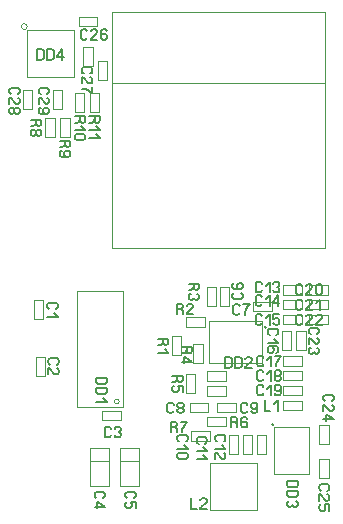
<source format=gbr>
%FSLAX34Y34*%
%MOMM*%
%LNSILK_TOP*%
G71*
G01*
%ADD10C, 0.00*%
%ADD11C, 0.10*%
%ADD12C, 0.16*%
%LPD*%
G54D10*
X-196862Y213837D02*
X-16862Y213837D01*
X-16862Y13837D01*
X-196862Y13837D01*
X-196862Y213837D01*
G54D10*
X-268862Y198837D02*
X-228862Y198837D01*
X-228862Y158837D01*
X-268862Y158837D01*
X-268862Y198837D01*
G54D11*
G75*
G01X-268862Y201337D02*
G03X-268862Y201337I-2500J0D01*
G01*
G54D12*
X-260250Y173282D02*
X-260250Y182170D01*
X-256917Y182170D01*
X-255584Y181615D01*
X-254917Y180504D01*
X-254917Y174948D01*
X-255584Y173837D01*
X-256917Y173282D01*
X-260250Y173282D01*
G54D12*
X-251806Y173282D02*
X-251806Y182170D01*
X-248473Y182170D01*
X-247140Y181615D01*
X-246473Y180504D01*
X-246473Y174948D01*
X-247140Y173837D01*
X-248473Y173282D01*
X-251806Y173282D01*
G54D12*
X-239362Y173282D02*
X-239362Y182170D01*
X-243362Y176615D01*
X-243362Y175504D01*
X-238029Y175504D01*
G54D10*
X-196862Y213837D02*
X-16862Y213837D01*
X-16862Y153837D01*
X-196862Y153837D01*
X-196862Y213837D01*
G54D10*
X-207862Y144837D02*
X-207862Y128837D01*
X-215862Y128837D01*
X-215862Y144837D01*
X-207862Y144837D01*
G54D10*
X-200862Y172337D02*
X-200862Y156337D01*
X-208862Y156337D01*
X-208862Y172337D01*
X-200862Y172337D01*
G54D10*
X-220362Y144837D02*
X-220362Y128837D01*
X-228362Y128837D01*
X-228362Y144837D01*
X-220362Y144837D01*
G54D10*
X-232862Y123837D02*
X-232862Y107837D01*
X-240862Y107837D01*
X-240862Y123837D01*
X-232862Y123837D01*
G54D10*
X-245362Y123837D02*
X-245362Y107837D01*
X-253362Y107837D01*
X-253362Y123837D01*
X-245362Y123837D01*
G54D10*
X-221362Y167837D02*
X-221362Y183837D01*
X-213362Y183837D01*
X-213362Y167837D01*
X-221362Y167837D01*
G54D10*
X-225362Y209837D02*
X-209362Y209837D01*
X-209362Y201837D01*
X-225362Y201837D01*
X-225362Y209837D01*
G54D10*
X-247362Y131837D02*
X-247362Y147837D01*
X-239362Y147837D01*
X-239362Y131837D01*
X-247362Y131837D01*
G54D10*
X-272362Y131837D02*
X-272362Y147837D01*
X-264362Y147837D01*
X-264362Y131837D01*
X-272362Y131837D01*
G54D10*
X-29862Y-137663D02*
X-29862Y-177663D01*
X-59862Y-177663D01*
X-59862Y-137663D01*
X-29862Y-137663D01*
G54D11*
G75*
G01X-59862Y-135663D02*
G03X-59862Y-135663I-1000J0D01*
G01*
G54D10*
X-69862Y-83164D02*
X-114862Y-83164D01*
X-114862Y-48164D01*
X-69862Y-48164D01*
X-69862Y-83164D01*
G54D11*
G75*
G01X-66172Y-53118D02*
G03X-66172Y-53118I-1000J0D01*
G01*
G54D10*
X-226362Y-121163D02*
X-226362Y-22163D01*
X-187362Y-22163D01*
X-187362Y-121163D01*
X-226362Y-121163D01*
G54D11*
G75*
G01X-190862Y-116163D02*
G03X-190862Y-116163I-2000J0D01*
G01*
G54D10*
X-114362Y-168163D02*
X-74362Y-168163D01*
X-74362Y-208163D01*
X-114362Y-208163D01*
X-114362Y-168163D01*
G54D10*
X-32862Y-56163D02*
X-32862Y-72163D01*
X-40862Y-72163D01*
X-40862Y-56163D01*
X-32862Y-56163D01*
G54D10*
X-45362Y-56163D02*
X-45362Y-72163D01*
X-53362Y-72163D01*
X-53362Y-56163D01*
X-45362Y-56163D01*
G54D10*
X-13862Y-25663D02*
X-29862Y-25663D01*
X-29862Y-17663D01*
X-13862Y-17663D01*
X-13862Y-25663D01*
G54D10*
X-13862Y-38163D02*
X-29862Y-38163D01*
X-29862Y-30163D01*
X-13862Y-30163D01*
X-13862Y-38163D01*
G54D10*
X-13862Y-50663D02*
X-29862Y-50663D01*
X-29862Y-42663D01*
X-13862Y-42663D01*
X-13862Y-50663D01*
G54D10*
X-36362Y-25663D02*
X-52362Y-25663D01*
X-52362Y-17663D01*
X-36362Y-17663D01*
X-36362Y-25663D01*
G54D10*
X-36362Y-38163D02*
X-52362Y-38163D01*
X-52362Y-30163D01*
X-36362Y-30163D01*
X-36362Y-38163D01*
G54D10*
X-36362Y-50663D02*
X-52362Y-50663D01*
X-52362Y-42663D01*
X-36362Y-42663D01*
X-36362Y-50663D01*
G54D10*
X-36362Y-85663D02*
X-52362Y-85663D01*
X-52362Y-77663D01*
X-36362Y-77663D01*
X-36362Y-85663D01*
G54D10*
X-36362Y-98163D02*
X-52362Y-98163D01*
X-52362Y-90163D01*
X-36362Y-90163D01*
X-36362Y-98163D01*
G54D10*
X-36362Y-110663D02*
X-52362Y-110663D01*
X-52362Y-102663D01*
X-36362Y-102663D01*
X-36362Y-110663D01*
G54D10*
X-100362Y-98663D02*
X-116362Y-98663D01*
X-116362Y-90663D01*
X-100362Y-90663D01*
X-100362Y-98663D01*
G54D10*
X-100362Y-111163D02*
X-116362Y-111163D01*
X-116362Y-103163D01*
X-100362Y-103163D01*
X-100362Y-111163D01*
G54D10*
X-128362Y-83663D02*
X-128362Y-67663D01*
X-120362Y-67663D01*
X-120362Y-83663D01*
X-128362Y-83663D01*
G54D10*
X-118362Y-52663D02*
X-134362Y-52663D01*
X-134362Y-44663D01*
X-118362Y-44663D01*
X-118362Y-52663D01*
G54D10*
X-134362Y-108663D02*
X-134362Y-92663D01*
X-126362Y-92663D01*
X-126362Y-108663D01*
X-134362Y-108663D01*
G54D10*
X-92362Y-125163D02*
X-108362Y-125163D01*
X-108362Y-117163D01*
X-92362Y-117163D01*
X-92362Y-125163D01*
G54D10*
X-115362Y-125163D02*
X-131362Y-125163D01*
X-131362Y-117163D01*
X-115362Y-117163D01*
X-115362Y-125163D01*
G54D10*
X-116862Y-35163D02*
X-116862Y-19163D01*
X-108862Y-19163D01*
X-108862Y-35163D01*
X-116862Y-35163D01*
G54D10*
X-146362Y-76663D02*
X-146362Y-60663D01*
X-138362Y-60663D01*
X-138362Y-76663D01*
X-146362Y-76663D01*
G54D10*
X-21362Y-181163D02*
X-21362Y-165162D01*
X-13362Y-165162D01*
X-13362Y-181163D01*
X-21362Y-181163D01*
G54D10*
X-21362Y-152163D02*
X-21362Y-136162D01*
X-13362Y-136162D01*
X-13362Y-152163D01*
X-21362Y-152163D01*
G54D10*
X-74362Y-160163D02*
X-74362Y-144162D01*
X-66362Y-144162D01*
X-66362Y-160163D01*
X-74362Y-160163D01*
G54D10*
X-86362Y-160163D02*
X-86362Y-144162D01*
X-78362Y-144162D01*
X-78362Y-160163D01*
X-86362Y-160163D01*
G54D10*
X-98362Y-160163D02*
X-98362Y-144162D01*
X-90362Y-144162D01*
X-90362Y-160163D01*
X-98362Y-160163D01*
G54D10*
X-130362Y-141162D02*
X-114361Y-141162D01*
X-114361Y-149162D01*
X-130362Y-149162D01*
X-130362Y-141162D01*
G54D10*
X-116362Y-129164D02*
X-100361Y-129164D01*
X-100361Y-137164D01*
X-116362Y-137164D01*
X-116362Y-129164D01*
G54D10*
X-263362Y-46163D02*
X-263362Y-30162D01*
X-255362Y-30162D01*
X-255362Y-46163D01*
X-263362Y-46163D01*
G54D10*
X-261362Y-94163D02*
X-261362Y-78162D01*
X-253362Y-78162D01*
X-253362Y-94163D01*
X-261362Y-94163D01*
G54D10*
X-189362Y-132163D02*
X-205362Y-132163D01*
X-205362Y-124163D01*
X-189362Y-124163D01*
X-189362Y-132163D01*
G54D12*
X-250290Y-37773D02*
X-251402Y-37107D01*
X-251957Y-35773D01*
X-251957Y-34440D01*
X-251402Y-33107D01*
X-250290Y-32440D01*
X-244735Y-32440D01*
X-243624Y-33107D01*
X-243068Y-34440D01*
X-243068Y-35773D01*
X-243624Y-37107D01*
X-244735Y-37773D01*
G54D12*
X-246402Y-40884D02*
X-243068Y-44217D01*
X-251957Y-44217D01*
G54D12*
X-249474Y-84773D02*
X-250585Y-84107D01*
X-251141Y-82773D01*
X-251141Y-81440D01*
X-250585Y-80107D01*
X-249474Y-79440D01*
X-243919Y-79440D01*
X-242808Y-80107D01*
X-242252Y-81440D01*
X-242252Y-82773D01*
X-242808Y-84107D01*
X-243919Y-84773D01*
G54D12*
X-251141Y-93217D02*
X-251141Y-87884D01*
X-250585Y-87884D01*
X-249474Y-88551D01*
X-246141Y-92551D01*
X-245030Y-93217D01*
X-243919Y-93217D01*
X-242808Y-92551D01*
X-242252Y-91217D01*
X-242252Y-89884D01*
X-242808Y-88551D01*
X-243919Y-87884D01*
G54D10*
X-205362Y-124163D02*
X-189362Y-124163D01*
X-189362Y-132163D01*
X-205362Y-132163D01*
X-205362Y-124163D01*
G54D12*
X-197885Y-144776D02*
X-198552Y-145887D01*
X-199885Y-146442D01*
X-201218Y-146442D01*
X-202552Y-145887D01*
X-203218Y-144776D01*
X-203218Y-139220D01*
X-202552Y-138109D01*
X-201218Y-137554D01*
X-199885Y-137554D01*
X-198552Y-138109D01*
X-197885Y-139220D01*
G54D12*
X-194774Y-139220D02*
X-194108Y-138109D01*
X-192774Y-137554D01*
X-191441Y-137554D01*
X-190108Y-138109D01*
X-189441Y-139220D01*
X-189441Y-140331D01*
X-190108Y-141442D01*
X-191441Y-141998D01*
X-190108Y-142554D01*
X-189441Y-143665D01*
X-189441Y-144776D01*
X-190108Y-145887D01*
X-191441Y-146442D01*
X-192774Y-146442D01*
X-194108Y-145887D01*
X-194774Y-144776D01*
G54D10*
X-215862Y-155663D02*
X-199862Y-155663D01*
X-199862Y-187663D01*
X-215862Y-187663D01*
X-215862Y-155663D01*
G54D10*
X-189862Y-155663D02*
X-173862Y-155663D01*
X-173862Y-187663D01*
X-189862Y-187663D01*
X-189862Y-155663D01*
G54D12*
X-210153Y-197996D02*
X-211264Y-197329D01*
X-211820Y-195996D01*
X-211820Y-194663D01*
X-211264Y-193329D01*
X-210153Y-192663D01*
X-204597Y-192663D01*
X-203486Y-193329D01*
X-202931Y-194663D01*
X-202931Y-195996D01*
X-203486Y-197329D01*
X-204597Y-197996D01*
G54D12*
X-211820Y-205107D02*
X-202931Y-205107D01*
X-208486Y-201107D01*
X-209597Y-201107D01*
X-209597Y-206440D01*
G54D12*
X-184108Y-197941D02*
X-185219Y-197274D01*
X-185775Y-195941D01*
X-185775Y-194608D01*
X-185219Y-193274D01*
X-184108Y-192608D01*
X-178553Y-192608D01*
X-177442Y-193274D01*
X-176886Y-194608D01*
X-176886Y-195941D01*
X-177442Y-197274D01*
X-178553Y-197941D01*
G54D12*
X-176886Y-206385D02*
X-176886Y-201052D01*
X-180775Y-201052D01*
X-180775Y-201718D01*
X-180219Y-203052D01*
X-180219Y-204385D01*
X-180775Y-205718D01*
X-181886Y-206385D01*
X-184108Y-206385D01*
X-185219Y-205718D01*
X-185775Y-204385D01*
X-185775Y-203052D01*
X-185219Y-201718D01*
X-184108Y-201052D01*
G54D10*
X-215862Y-155663D02*
X-199862Y-155663D01*
X-199862Y-166663D01*
X-215862Y-166663D01*
X-215862Y-155663D01*
G54D10*
X-189862Y-155663D02*
X-173862Y-155663D01*
X-173862Y-166663D01*
X-189862Y-166663D01*
X-189862Y-155663D01*
G54D12*
X-144885Y-124276D02*
X-145552Y-125387D01*
X-146885Y-125942D01*
X-148218Y-125942D01*
X-149552Y-125387D01*
X-150218Y-124276D01*
X-150218Y-118720D01*
X-149552Y-117609D01*
X-148218Y-117054D01*
X-146885Y-117054D01*
X-145552Y-117609D01*
X-144885Y-118720D01*
G54D12*
X-138441Y-121498D02*
X-139774Y-121498D01*
X-141108Y-120942D01*
X-141774Y-119831D01*
X-141774Y-118720D01*
X-141108Y-117609D01*
X-139774Y-117054D01*
X-138441Y-117054D01*
X-137108Y-117609D01*
X-136441Y-118720D01*
X-136441Y-119831D01*
X-137108Y-120942D01*
X-138441Y-121498D01*
X-137108Y-122054D01*
X-136441Y-123165D01*
X-136441Y-124276D01*
X-137108Y-125387D01*
X-138441Y-125942D01*
X-139774Y-125942D01*
X-141108Y-125387D01*
X-141774Y-124276D01*
X-141774Y-123165D01*
X-141108Y-122054D01*
X-139774Y-121498D01*
G54D12*
X-82385Y-124276D02*
X-83052Y-125387D01*
X-84385Y-125942D01*
X-85718Y-125942D01*
X-87052Y-125387D01*
X-87718Y-124276D01*
X-87718Y-118720D01*
X-87052Y-117609D01*
X-85718Y-117054D01*
X-84385Y-117054D01*
X-83052Y-117609D01*
X-82385Y-118720D01*
G54D12*
X-79274Y-124276D02*
X-78608Y-125387D01*
X-77274Y-125942D01*
X-75941Y-125942D01*
X-74608Y-125387D01*
X-73941Y-124276D01*
X-73941Y-121498D01*
X-73941Y-120942D01*
X-75941Y-122054D01*
X-77274Y-122054D01*
X-78608Y-121498D01*
X-79274Y-120387D01*
X-79274Y-118720D01*
X-78608Y-117609D01*
X-77274Y-117054D01*
X-75941Y-117054D01*
X-74608Y-117609D01*
X-73941Y-118720D01*
X-73941Y-121498D01*
G54D10*
X-52362Y-115664D02*
X-36361Y-115664D01*
X-36361Y-123664D01*
X-52362Y-123664D01*
X-52362Y-115664D01*
G54D12*
X-67485Y-115154D02*
X-67485Y-124043D01*
X-62819Y-124043D01*
G54D12*
X-59707Y-118487D02*
X-56374Y-115154D01*
X-56374Y-124043D01*
G54D12*
X-129904Y-198129D02*
X-129904Y-207018D01*
X-125238Y-207018D01*
G54D12*
X-116793Y-207018D02*
X-122126Y-207018D01*
X-122126Y-206462D01*
X-121460Y-205351D01*
X-117460Y-202018D01*
X-116793Y-200906D01*
X-116793Y-199795D01*
X-117460Y-198684D01*
X-118793Y-198129D01*
X-120126Y-198129D01*
X-121460Y-198684D01*
X-122126Y-199795D01*
G54D10*
X-61362Y-39663D02*
X-77362Y-39663D01*
X-77362Y-31663D01*
X-61362Y-31663D01*
X-61362Y-39663D01*
G54D10*
X-105862Y-35163D02*
X-105862Y-19163D01*
X-97862Y-19163D01*
X-97862Y-35163D01*
X-105862Y-35163D01*
G54D12*
X-87830Y-24152D02*
X-86719Y-24819D01*
X-86164Y-26152D01*
X-86164Y-27486D01*
X-86719Y-28819D01*
X-87830Y-29486D01*
X-93386Y-29486D01*
X-94497Y-28819D01*
X-95052Y-27486D01*
X-95052Y-26152D01*
X-94497Y-24819D01*
X-93386Y-24152D01*
G54D12*
X-93386Y-15708D02*
X-94497Y-16375D01*
X-95052Y-17708D01*
X-95052Y-19042D01*
X-94497Y-20375D01*
X-93386Y-21042D01*
X-90608Y-21042D01*
X-90052Y-21042D01*
X-91164Y-19042D01*
X-91164Y-17708D01*
X-90608Y-16375D01*
X-89497Y-15708D01*
X-87830Y-15708D01*
X-86719Y-16375D01*
X-86164Y-17708D01*
X-86164Y-19042D01*
X-86719Y-20375D01*
X-87830Y-21042D01*
X-90608Y-21042D01*
G54D12*
X-88995Y-40774D02*
X-89661Y-41885D01*
X-90995Y-42441D01*
X-92328Y-42441D01*
X-93661Y-41885D01*
X-94328Y-40774D01*
X-94328Y-35219D01*
X-93661Y-34108D01*
X-92328Y-33552D01*
X-90995Y-33552D01*
X-89661Y-34108D01*
X-88995Y-35219D01*
G54D12*
X-85884Y-33552D02*
X-80551Y-33552D01*
X-81217Y-34663D01*
X-82551Y-36330D01*
X-83884Y-38552D01*
X-84551Y-40219D01*
X-84551Y-42441D01*
G54D12*
X-140006Y-149870D02*
X-141117Y-149203D01*
X-141672Y-147870D01*
X-141672Y-146537D01*
X-141117Y-145203D01*
X-140006Y-144537D01*
X-134450Y-144537D01*
X-133339Y-145203D01*
X-132783Y-146537D01*
X-132783Y-147870D01*
X-133339Y-149203D01*
X-134450Y-149870D01*
G54D12*
X-136117Y-152981D02*
X-132783Y-156314D01*
X-141672Y-156314D01*
G54D12*
X-134450Y-164758D02*
X-140006Y-164758D01*
X-141117Y-164091D01*
X-141672Y-162758D01*
X-141672Y-161425D01*
X-141117Y-160091D01*
X-140006Y-159425D01*
X-134450Y-159425D01*
X-133339Y-160091D01*
X-132783Y-161425D01*
X-132783Y-162758D01*
X-133339Y-164091D01*
X-134450Y-164758D01*
G54D12*
X-123734Y-151673D02*
X-124845Y-151006D01*
X-125400Y-149673D01*
X-125400Y-148340D01*
X-124845Y-147006D01*
X-123734Y-146340D01*
X-118178Y-146340D01*
X-117067Y-147006D01*
X-116511Y-148340D01*
X-116511Y-149673D01*
X-117067Y-151006D01*
X-118178Y-151673D01*
G54D12*
X-119845Y-154784D02*
X-116511Y-158117D01*
X-125400Y-158117D01*
G54D12*
X-119845Y-161228D02*
X-116511Y-164561D01*
X-125400Y-164561D01*
G54D12*
X-108158Y-149901D02*
X-109269Y-149234D01*
X-109825Y-147901D01*
X-109825Y-146568D01*
X-109269Y-145234D01*
X-108158Y-144568D01*
X-102603Y-144568D01*
X-101492Y-145234D01*
X-100936Y-146568D01*
X-100936Y-147901D01*
X-101492Y-149234D01*
X-102603Y-149901D01*
G54D12*
X-104269Y-153012D02*
X-100936Y-156345D01*
X-109825Y-156345D01*
G54D12*
X-109825Y-164789D02*
X-109825Y-159456D01*
X-109269Y-159456D01*
X-108158Y-160122D01*
X-104825Y-164122D01*
X-103714Y-164789D01*
X-102603Y-164789D01*
X-101492Y-164122D01*
X-100936Y-162789D01*
X-100936Y-161456D01*
X-101492Y-160122D01*
X-102603Y-159456D01*
G54D12*
X-210376Y-95909D02*
X-201487Y-95909D01*
X-201487Y-99243D01*
X-202042Y-100576D01*
X-203153Y-101243D01*
X-208709Y-101243D01*
X-209820Y-100576D01*
X-210376Y-99243D01*
X-210376Y-95909D01*
G54D12*
X-210376Y-104353D02*
X-201487Y-104353D01*
X-201487Y-107687D01*
X-202042Y-109020D01*
X-203153Y-109687D01*
X-208709Y-109687D01*
X-209820Y-109020D01*
X-210376Y-107687D01*
X-210376Y-104353D01*
G54D12*
X-204820Y-112797D02*
X-201487Y-116131D01*
X-210376Y-116131D01*
G54D12*
X-100952Y-87440D02*
X-100952Y-78551D01*
X-97618Y-78551D01*
X-96285Y-79107D01*
X-95618Y-80218D01*
X-95618Y-85774D01*
X-96285Y-86885D01*
X-97618Y-87440D01*
X-100952Y-87440D01*
G54D12*
X-92508Y-87440D02*
X-92508Y-78551D01*
X-89174Y-78551D01*
X-87841Y-79107D01*
X-87174Y-80218D01*
X-87174Y-85774D01*
X-87841Y-86885D01*
X-89174Y-87440D01*
X-92508Y-87440D01*
G54D12*
X-78730Y-87440D02*
X-84064Y-87440D01*
X-84064Y-86885D01*
X-83397Y-85774D01*
X-79397Y-82440D01*
X-78730Y-81329D01*
X-78730Y-80218D01*
X-79397Y-79107D01*
X-80730Y-78551D01*
X-82064Y-78551D01*
X-83397Y-79107D01*
X-84064Y-80218D01*
G54D12*
X-48837Y-183412D02*
X-39948Y-183412D01*
X-39948Y-186745D01*
X-40504Y-188079D01*
X-41615Y-188745D01*
X-47170Y-188745D01*
X-48281Y-188079D01*
X-48837Y-186745D01*
X-48837Y-183412D01*
G54D12*
X-48837Y-191856D02*
X-39948Y-191856D01*
X-39948Y-195189D01*
X-40504Y-196523D01*
X-41615Y-197189D01*
X-47170Y-197189D01*
X-48281Y-196523D01*
X-48837Y-195189D01*
X-48837Y-191856D01*
G54D12*
X-41615Y-200300D02*
X-40504Y-200967D01*
X-39948Y-202300D01*
X-39948Y-203633D01*
X-40504Y-204967D01*
X-41615Y-205633D01*
X-42726Y-205633D01*
X-43837Y-204967D01*
X-44393Y-203633D01*
X-44948Y-204967D01*
X-46059Y-205633D01*
X-47170Y-205633D01*
X-48281Y-204967D01*
X-48837Y-203633D01*
X-48837Y-202300D01*
X-48281Y-200967D01*
X-47170Y-200300D01*
G54D12*
X-20147Y-191542D02*
X-21258Y-190875D01*
X-21814Y-189542D01*
X-21814Y-188208D01*
X-21258Y-186875D01*
X-20147Y-186208D01*
X-14592Y-186208D01*
X-13481Y-186875D01*
X-12925Y-188208D01*
X-12925Y-189542D01*
X-13481Y-190875D01*
X-14592Y-191542D01*
G54D12*
X-21814Y-199986D02*
X-21814Y-194652D01*
X-21258Y-194652D01*
X-20147Y-195319D01*
X-16814Y-199319D01*
X-15703Y-199986D01*
X-14592Y-199986D01*
X-13481Y-199319D01*
X-12925Y-197986D01*
X-12925Y-196652D01*
X-13481Y-195319D01*
X-14592Y-194652D01*
G54D12*
X-12925Y-208430D02*
X-12925Y-203096D01*
X-16814Y-203096D01*
X-16814Y-203763D01*
X-16258Y-205096D01*
X-16258Y-206430D01*
X-16814Y-207763D01*
X-17925Y-208430D01*
X-20147Y-208430D01*
X-21258Y-207763D01*
X-21814Y-206430D01*
X-21814Y-205096D01*
X-21258Y-203763D01*
X-20147Y-203096D01*
G54D12*
X-16576Y-115739D02*
X-17687Y-115072D01*
X-18243Y-113739D01*
X-18243Y-112405D01*
X-17687Y-111072D01*
X-16576Y-110405D01*
X-11020Y-110405D01*
X-9909Y-111072D01*
X-9354Y-112405D01*
X-9354Y-113739D01*
X-9909Y-115072D01*
X-11020Y-115739D01*
G54D12*
X-18243Y-124183D02*
X-18243Y-118849D01*
X-17687Y-118849D01*
X-16576Y-119516D01*
X-13243Y-123516D01*
X-12132Y-124183D01*
X-11020Y-124183D01*
X-9909Y-123516D01*
X-9354Y-122183D01*
X-9354Y-120849D01*
X-9909Y-119516D01*
X-11020Y-118849D01*
G54D12*
X-18243Y-131293D02*
X-9354Y-131293D01*
X-14909Y-127293D01*
X-16020Y-127293D01*
X-16020Y-132627D01*
G54D12*
X-63407Y-59779D02*
X-64518Y-59113D01*
X-65074Y-57779D01*
X-65074Y-56446D01*
X-64518Y-55113D01*
X-63407Y-54446D01*
X-57852Y-54446D01*
X-56741Y-55113D01*
X-56185Y-56446D01*
X-56185Y-57779D01*
X-56741Y-59113D01*
X-57852Y-59779D01*
G54D12*
X-59518Y-62890D02*
X-56185Y-66223D01*
X-65074Y-66223D01*
G54D12*
X-57852Y-74667D02*
X-56741Y-74001D01*
X-56185Y-72667D01*
X-56185Y-71334D01*
X-56741Y-70001D01*
X-57852Y-69334D01*
X-60629Y-69334D01*
X-61185Y-69334D01*
X-60074Y-71334D01*
X-60074Y-72667D01*
X-60629Y-74001D01*
X-61741Y-74667D01*
X-63407Y-74667D01*
X-64518Y-74001D01*
X-65074Y-72667D01*
X-65074Y-71334D01*
X-64518Y-70001D01*
X-63407Y-69334D01*
X-60629Y-69334D01*
G54D12*
X-28879Y-58986D02*
X-29990Y-58319D01*
X-30546Y-56986D01*
X-30546Y-55652D01*
X-29990Y-54319D01*
X-28879Y-53652D01*
X-23324Y-53652D01*
X-22212Y-54319D01*
X-21657Y-55652D01*
X-21657Y-56986D01*
X-22212Y-58319D01*
X-23324Y-58986D01*
G54D12*
X-30546Y-67430D02*
X-30546Y-62096D01*
X-29990Y-62096D01*
X-28879Y-62763D01*
X-25546Y-66763D01*
X-24435Y-67430D01*
X-23324Y-67430D01*
X-22212Y-66763D01*
X-21657Y-65430D01*
X-21657Y-64096D01*
X-22212Y-62763D01*
X-23324Y-62096D01*
G54D12*
X-23324Y-70540D02*
X-22212Y-71207D01*
X-21657Y-72540D01*
X-21657Y-73874D01*
X-22212Y-75207D01*
X-23324Y-75874D01*
X-24435Y-75874D01*
X-25546Y-75207D01*
X-26101Y-73874D01*
X-26657Y-75207D01*
X-27768Y-75874D01*
X-28879Y-75874D01*
X-29990Y-75207D01*
X-30546Y-73874D01*
X-30546Y-72540D01*
X-29990Y-71207D01*
X-28879Y-70540D01*
G54D12*
X-68891Y-84588D02*
X-69558Y-85699D01*
X-70891Y-86255D01*
X-72225Y-86255D01*
X-73558Y-85699D01*
X-74225Y-84588D01*
X-74225Y-79033D01*
X-73558Y-77922D01*
X-72225Y-77366D01*
X-70891Y-77366D01*
X-69558Y-77922D01*
X-68891Y-79033D01*
G54D12*
X-65781Y-80699D02*
X-62447Y-77366D01*
X-62447Y-86255D01*
G54D12*
X-59337Y-77366D02*
X-54003Y-77366D01*
X-54670Y-78477D01*
X-56003Y-80144D01*
X-57337Y-82366D01*
X-58003Y-84033D01*
X-58003Y-86255D01*
G54D12*
X-68891Y-96892D02*
X-69558Y-98003D01*
X-70891Y-98558D01*
X-72225Y-98558D01*
X-73558Y-98003D01*
X-74225Y-96892D01*
X-74225Y-91336D01*
X-73558Y-90225D01*
X-72225Y-89669D01*
X-70891Y-89669D01*
X-69558Y-90225D01*
X-68891Y-91336D01*
G54D12*
X-65781Y-93003D02*
X-62447Y-89669D01*
X-62447Y-98558D01*
G54D12*
X-56003Y-94114D02*
X-57337Y-94114D01*
X-58670Y-93558D01*
X-59337Y-92447D01*
X-59337Y-91336D01*
X-58670Y-90225D01*
X-57337Y-89669D01*
X-56003Y-89669D01*
X-54670Y-90225D01*
X-54003Y-91336D01*
X-54003Y-92447D01*
X-54670Y-93558D01*
X-56003Y-94114D01*
X-54670Y-94669D01*
X-54003Y-95780D01*
X-54003Y-96892D01*
X-54670Y-98003D01*
X-56003Y-98558D01*
X-57337Y-98558D01*
X-58670Y-98003D01*
X-59337Y-96892D01*
X-59337Y-95780D01*
X-58670Y-94669D01*
X-57337Y-94114D01*
G54D12*
X-68891Y-109195D02*
X-69558Y-110306D01*
X-70891Y-110861D01*
X-72225Y-110861D01*
X-73558Y-110306D01*
X-74225Y-109195D01*
X-74225Y-103639D01*
X-73558Y-102528D01*
X-72225Y-101972D01*
X-70891Y-101972D01*
X-69558Y-102528D01*
X-68891Y-103639D01*
G54D12*
X-65781Y-105306D02*
X-62447Y-101972D01*
X-62447Y-110861D01*
G54D12*
X-59337Y-109195D02*
X-58670Y-110306D01*
X-57337Y-110861D01*
X-56003Y-110861D01*
X-54670Y-110306D01*
X-54003Y-109195D01*
X-54003Y-106417D01*
X-54003Y-105861D01*
X-56003Y-106972D01*
X-57337Y-106972D01*
X-58670Y-106417D01*
X-59337Y-105306D01*
X-59337Y-103639D01*
X-58670Y-102528D01*
X-57337Y-101972D01*
X-56003Y-101972D01*
X-54670Y-102528D01*
X-54003Y-103639D01*
X-54003Y-106417D01*
G54D12*
X-70082Y-21882D02*
X-70749Y-22993D01*
X-72082Y-23549D01*
X-73415Y-23549D01*
X-74749Y-22993D01*
X-75415Y-21882D01*
X-75415Y-16327D01*
X-74749Y-15215D01*
X-73415Y-14660D01*
X-72082Y-14660D01*
X-70749Y-15215D01*
X-70082Y-16327D01*
G54D12*
X-66971Y-17993D02*
X-63638Y-14660D01*
X-63638Y-23549D01*
G54D12*
X-60527Y-16327D02*
X-59861Y-15215D01*
X-58527Y-14660D01*
X-57194Y-14660D01*
X-55861Y-15215D01*
X-55194Y-16327D01*
X-55194Y-17438D01*
X-55861Y-18549D01*
X-57194Y-19104D01*
X-55861Y-19660D01*
X-55194Y-20771D01*
X-55194Y-21882D01*
X-55861Y-22993D01*
X-57194Y-23549D01*
X-58527Y-23549D01*
X-59861Y-22993D01*
X-60527Y-21882D01*
G54D12*
X-70082Y-49266D02*
X-70749Y-50378D01*
X-72082Y-50933D01*
X-73415Y-50933D01*
X-74749Y-50378D01*
X-75415Y-49266D01*
X-75415Y-43711D01*
X-74749Y-42600D01*
X-73415Y-42044D01*
X-72082Y-42044D01*
X-70749Y-42600D01*
X-70082Y-43711D01*
G54D12*
X-66971Y-45378D02*
X-63638Y-42044D01*
X-63638Y-50933D01*
G54D12*
X-55194Y-42044D02*
X-60527Y-42044D01*
X-60527Y-45933D01*
X-59861Y-45933D01*
X-58527Y-45378D01*
X-57194Y-45378D01*
X-55861Y-45933D01*
X-55194Y-47044D01*
X-55194Y-49266D01*
X-55861Y-50378D01*
X-57194Y-50933D01*
X-58527Y-50933D01*
X-59861Y-50378D01*
X-60527Y-49266D01*
G54D12*
X-70082Y-33391D02*
X-70749Y-34503D01*
X-72082Y-35058D01*
X-73415Y-35058D01*
X-74749Y-34503D01*
X-75415Y-33391D01*
X-75415Y-27836D01*
X-74749Y-26725D01*
X-73415Y-26169D01*
X-72082Y-26169D01*
X-70749Y-26725D01*
X-70082Y-27836D01*
G54D12*
X-66971Y-29503D02*
X-63638Y-26169D01*
X-63638Y-35058D01*
G54D12*
X-56527Y-35058D02*
X-56527Y-26169D01*
X-60527Y-31725D01*
X-60527Y-32836D01*
X-55194Y-32836D01*
G54D12*
X-35951Y-23866D02*
X-36617Y-24978D01*
X-37951Y-25533D01*
X-39284Y-25533D01*
X-40617Y-24978D01*
X-41284Y-23866D01*
X-41284Y-18311D01*
X-40617Y-17200D01*
X-39284Y-16644D01*
X-37951Y-16644D01*
X-36617Y-17200D01*
X-35951Y-18311D01*
G54D12*
X-27507Y-25533D02*
X-32840Y-25533D01*
X-32840Y-24978D01*
X-32173Y-23866D01*
X-28173Y-20533D01*
X-27507Y-19422D01*
X-27507Y-18311D01*
X-28173Y-17200D01*
X-29507Y-16644D01*
X-30840Y-16644D01*
X-32173Y-17200D01*
X-32840Y-18311D01*
G54D12*
X-19063Y-18311D02*
X-19063Y-23866D01*
X-19729Y-24978D01*
X-21063Y-25533D01*
X-22396Y-25533D01*
X-23729Y-24978D01*
X-24396Y-23866D01*
X-24396Y-18311D01*
X-23729Y-17200D01*
X-22396Y-16644D01*
X-21063Y-16644D01*
X-19729Y-17200D01*
X-19063Y-18311D01*
G54D12*
X-35951Y-36963D02*
X-36617Y-38074D01*
X-37951Y-38630D01*
X-39284Y-38630D01*
X-40617Y-38074D01*
X-41284Y-36963D01*
X-41284Y-31408D01*
X-40617Y-30297D01*
X-39284Y-29741D01*
X-37951Y-29741D01*
X-36617Y-30297D01*
X-35951Y-31408D01*
G54D12*
X-27507Y-38630D02*
X-32840Y-38630D01*
X-32840Y-38074D01*
X-32173Y-36963D01*
X-28173Y-33630D01*
X-27507Y-32519D01*
X-27507Y-31408D01*
X-28173Y-30297D01*
X-29507Y-29741D01*
X-30840Y-29741D01*
X-32173Y-30297D01*
X-32840Y-31408D01*
G54D12*
X-24396Y-33074D02*
X-21063Y-29741D01*
X-21063Y-38630D01*
G54D12*
X-35951Y-49663D02*
X-36617Y-50774D01*
X-37951Y-51330D01*
X-39284Y-51330D01*
X-40617Y-50774D01*
X-41284Y-49663D01*
X-41284Y-44108D01*
X-40617Y-42997D01*
X-39284Y-42441D01*
X-37951Y-42441D01*
X-36617Y-42997D01*
X-35951Y-44108D01*
G54D12*
X-27507Y-51330D02*
X-32840Y-51330D01*
X-32840Y-50774D01*
X-32173Y-49663D01*
X-28173Y-46330D01*
X-27507Y-45219D01*
X-27507Y-44108D01*
X-28173Y-42997D01*
X-29507Y-42441D01*
X-30840Y-42441D01*
X-32173Y-42997D01*
X-32840Y-44108D01*
G54D12*
X-19063Y-51330D02*
X-24396Y-51330D01*
X-24396Y-50774D01*
X-23729Y-49663D01*
X-19729Y-46330D01*
X-19063Y-45219D01*
X-19063Y-44108D01*
X-19729Y-42997D01*
X-21063Y-42441D01*
X-22396Y-42441D01*
X-23729Y-42997D01*
X-24396Y-44108D01*
G54D12*
X-153649Y-65682D02*
X-154760Y-67682D01*
X-155871Y-68349D01*
X-158093Y-68349D01*
G54D12*
X-158093Y-63016D02*
X-149204Y-63016D01*
X-149204Y-66349D01*
X-149760Y-67682D01*
X-150871Y-68349D01*
X-151982Y-68349D01*
X-153093Y-67682D01*
X-153649Y-66349D01*
X-153649Y-63016D01*
G54D12*
X-152538Y-71460D02*
X-149204Y-74793D01*
X-158093Y-74793D01*
G54D12*
X-139355Y-37605D02*
X-137355Y-38717D01*
X-136688Y-39828D01*
X-136688Y-42050D01*
G54D12*
X-142022Y-42050D02*
X-142022Y-33161D01*
X-138688Y-33161D01*
X-137355Y-33717D01*
X-136688Y-34828D01*
X-136688Y-35939D01*
X-137355Y-37050D01*
X-138688Y-37605D01*
X-142022Y-37605D01*
G54D12*
X-128244Y-42050D02*
X-133578Y-42050D01*
X-133578Y-41494D01*
X-132911Y-40383D01*
X-128911Y-37050D01*
X-128244Y-35939D01*
X-128244Y-34828D01*
X-128911Y-33717D01*
X-130244Y-33161D01*
X-131578Y-33161D01*
X-132911Y-33717D01*
X-133578Y-34828D01*
G54D12*
X-127751Y-19044D02*
X-128862Y-21044D01*
X-129973Y-21711D01*
X-132195Y-21711D01*
G54D12*
X-132195Y-16377D02*
X-123306Y-16377D01*
X-123306Y-19711D01*
X-123862Y-21044D01*
X-124973Y-21711D01*
X-126084Y-21711D01*
X-127195Y-21044D01*
X-127751Y-19711D01*
X-127751Y-16377D01*
G54D12*
X-124973Y-24821D02*
X-123862Y-25488D01*
X-123306Y-26821D01*
X-123306Y-28155D01*
X-123862Y-29488D01*
X-124973Y-30155D01*
X-126084Y-30155D01*
X-127195Y-29488D01*
X-127751Y-28155D01*
X-128306Y-29488D01*
X-129418Y-30155D01*
X-130529Y-30155D01*
X-131640Y-29488D01*
X-132195Y-28155D01*
X-132195Y-26821D01*
X-131640Y-25488D01*
X-130529Y-24821D01*
G54D12*
X-133704Y-72622D02*
X-134815Y-74622D01*
X-135926Y-75289D01*
X-138148Y-75289D01*
G54D12*
X-138148Y-69955D02*
X-129260Y-69955D01*
X-129260Y-73289D01*
X-129815Y-74622D01*
X-130926Y-75289D01*
X-132037Y-75289D01*
X-133148Y-74622D01*
X-133704Y-73289D01*
X-133704Y-69955D01*
G54D12*
X-138148Y-82399D02*
X-129260Y-82399D01*
X-134815Y-78399D01*
X-135926Y-78399D01*
X-135926Y-83733D01*
G54D12*
X-141642Y-96832D02*
X-142753Y-98832D01*
X-143864Y-99498D01*
X-146086Y-99498D01*
G54D12*
X-146086Y-94165D02*
X-137197Y-94165D01*
X-137197Y-97498D01*
X-137753Y-98832D01*
X-138864Y-99498D01*
X-139975Y-99498D01*
X-141086Y-98832D01*
X-141642Y-97498D01*
X-141642Y-94165D01*
G54D12*
X-137197Y-107942D02*
X-137197Y-102609D01*
X-141086Y-102609D01*
X-141086Y-103276D01*
X-140530Y-104609D01*
X-140530Y-105942D01*
X-141086Y-107276D01*
X-142197Y-107942D01*
X-144419Y-107942D01*
X-145530Y-107276D01*
X-146086Y-105942D01*
X-146086Y-104609D01*
X-145530Y-103276D01*
X-144419Y-102609D01*
G54D12*
X-93476Y-133597D02*
X-91476Y-134708D01*
X-90810Y-135819D01*
X-90810Y-138041D01*
G54D12*
X-96143Y-138041D02*
X-96143Y-129152D01*
X-92810Y-129152D01*
X-91476Y-129708D01*
X-90810Y-130819D01*
X-90810Y-131930D01*
X-91476Y-133041D01*
X-92810Y-133597D01*
X-96143Y-133597D01*
G54D12*
X-82366Y-130819D02*
X-83032Y-129708D01*
X-84366Y-129152D01*
X-85699Y-129152D01*
X-87032Y-129708D01*
X-87699Y-130819D01*
X-87699Y-133597D01*
X-87699Y-134152D01*
X-85699Y-133041D01*
X-84366Y-133041D01*
X-83032Y-133597D01*
X-82366Y-134708D01*
X-82366Y-136375D01*
X-83032Y-137486D01*
X-84366Y-138041D01*
X-85699Y-138041D01*
X-87032Y-137486D01*
X-87699Y-136375D01*
X-87699Y-133597D01*
G54D12*
X-144673Y-137566D02*
X-142673Y-138677D01*
X-142007Y-139788D01*
X-142007Y-142010D01*
G54D12*
X-147340Y-142010D02*
X-147340Y-133121D01*
X-144007Y-133121D01*
X-142673Y-133677D01*
X-142007Y-134788D01*
X-142007Y-135899D01*
X-142673Y-137010D01*
X-144007Y-137566D01*
X-147340Y-137566D01*
G54D12*
X-138896Y-133121D02*
X-133563Y-133121D01*
X-134229Y-134232D01*
X-135563Y-135899D01*
X-136896Y-138121D01*
X-137563Y-139788D01*
X-137563Y-142010D01*
G54D12*
X-217982Y192036D02*
X-218649Y190925D01*
X-219982Y190370D01*
X-221315Y190370D01*
X-222649Y190925D01*
X-223315Y192036D01*
X-223315Y197592D01*
X-222649Y198703D01*
X-221315Y199259D01*
X-219982Y199259D01*
X-218649Y198703D01*
X-217982Y197592D01*
G54D12*
X-209538Y190370D02*
X-214871Y190370D01*
X-214871Y190925D01*
X-214205Y192036D01*
X-210205Y195370D01*
X-209538Y196481D01*
X-209538Y197592D01*
X-210205Y198703D01*
X-211538Y199259D01*
X-212871Y199259D01*
X-214205Y198703D01*
X-214871Y197592D01*
G54D12*
X-201094Y197592D02*
X-201761Y198703D01*
X-203094Y199259D01*
X-204427Y199259D01*
X-205761Y198703D01*
X-206427Y197592D01*
X-206427Y194814D01*
X-206427Y194259D01*
X-204427Y195370D01*
X-203094Y195370D01*
X-201761Y194814D01*
X-201094Y193703D01*
X-201094Y192036D01*
X-201761Y190925D01*
X-203094Y190370D01*
X-204427Y190370D01*
X-205761Y190925D01*
X-206427Y192036D01*
X-206427Y194814D01*
G54D12*
X-220935Y161698D02*
X-222046Y162364D01*
X-222602Y163698D01*
X-222602Y165031D01*
X-222046Y166364D01*
X-220935Y167031D01*
X-215380Y167031D01*
X-214269Y166364D01*
X-213713Y165031D01*
X-213713Y163698D01*
X-214269Y162364D01*
X-215380Y161698D01*
G54D12*
X-222602Y153254D02*
X-222602Y158587D01*
X-222046Y158587D01*
X-220935Y157920D01*
X-217602Y153920D01*
X-216491Y153254D01*
X-215380Y153254D01*
X-214269Y153920D01*
X-213713Y155254D01*
X-213713Y156587D01*
X-214269Y157920D01*
X-215380Y158587D01*
G54D12*
X-213713Y150143D02*
X-213713Y144810D01*
X-214824Y145476D01*
X-216491Y146810D01*
X-218713Y148143D01*
X-220380Y148810D01*
X-222602Y148810D01*
G54D12*
X-282451Y144235D02*
X-283562Y144902D01*
X-284118Y146235D01*
X-284118Y147569D01*
X-283562Y148902D01*
X-282451Y149569D01*
X-276895Y149569D01*
X-275784Y148902D01*
X-275229Y147569D01*
X-275229Y146235D01*
X-275784Y144902D01*
X-276895Y144235D01*
G54D12*
X-284118Y135791D02*
X-284118Y141125D01*
X-283562Y141125D01*
X-282451Y140458D01*
X-279118Y136458D01*
X-278006Y135791D01*
X-276895Y135791D01*
X-275784Y136458D01*
X-275229Y137791D01*
X-275229Y139125D01*
X-275784Y140458D01*
X-276895Y141125D01*
G54D12*
X-279673Y129347D02*
X-279673Y130681D01*
X-279118Y132014D01*
X-278006Y132681D01*
X-276895Y132681D01*
X-275784Y132014D01*
X-275229Y130681D01*
X-275229Y129347D01*
X-275784Y128014D01*
X-276895Y127347D01*
X-278006Y127347D01*
X-279118Y128014D01*
X-279673Y129347D01*
X-280229Y128014D01*
X-281340Y127347D01*
X-282451Y127347D01*
X-283562Y128014D01*
X-284118Y129347D01*
X-284118Y130681D01*
X-283562Y132014D01*
X-282451Y132681D01*
X-281340Y132681D01*
X-280229Y132014D01*
X-279673Y130681D01*
G54D12*
X-257448Y144235D02*
X-258559Y144902D01*
X-259114Y146235D01*
X-259114Y147569D01*
X-258559Y148902D01*
X-257448Y149569D01*
X-251892Y149569D01*
X-250781Y148902D01*
X-250226Y147569D01*
X-250226Y146235D01*
X-250781Y144902D01*
X-251892Y144235D01*
G54D12*
X-259114Y135791D02*
X-259114Y141125D01*
X-258559Y141125D01*
X-257448Y140458D01*
X-254114Y136458D01*
X-253003Y135791D01*
X-251892Y135791D01*
X-250781Y136458D01*
X-250226Y137791D01*
X-250226Y139125D01*
X-250781Y140458D01*
X-251892Y141125D01*
G54D12*
X-257448Y132681D02*
X-258559Y132014D01*
X-259114Y130681D01*
X-259114Y129347D01*
X-258559Y128014D01*
X-257448Y127347D01*
X-254670Y127347D01*
X-254114Y127347D01*
X-255226Y129347D01*
X-255226Y130681D01*
X-254670Y132014D01*
X-253559Y132681D01*
X-251892Y132681D01*
X-250781Y132014D01*
X-250226Y130681D01*
X-250226Y129347D01*
X-250781Y128014D01*
X-251892Y127347D01*
X-254670Y127347D01*
G54D12*
X-261417Y119914D02*
X-262528Y117914D01*
X-263639Y117248D01*
X-265861Y117248D01*
G54D12*
X-265861Y122581D02*
X-256972Y122581D01*
X-256972Y119248D01*
X-257528Y117914D01*
X-258639Y117248D01*
X-259750Y117248D01*
X-260861Y117914D01*
X-261417Y119248D01*
X-261417Y122581D01*
G54D12*
X-261417Y110804D02*
X-261417Y112137D01*
X-260861Y113470D01*
X-259750Y114137D01*
X-258639Y114137D01*
X-257528Y113470D01*
X-256972Y112137D01*
X-256972Y110804D01*
X-257528Y109470D01*
X-258639Y108804D01*
X-259750Y108804D01*
X-260861Y109470D01*
X-261417Y110804D01*
X-261972Y109470D01*
X-263084Y108804D01*
X-264195Y108804D01*
X-265306Y109470D01*
X-265861Y110804D01*
X-265861Y112137D01*
X-265306Y113470D01*
X-264195Y114137D01*
X-263084Y114137D01*
X-261972Y113470D01*
X-261417Y112137D01*
G54D12*
X-236811Y102055D02*
X-237922Y100055D01*
X-239033Y99388D01*
X-241255Y99388D01*
G54D12*
X-241255Y104722D02*
X-232366Y104722D01*
X-232366Y101388D01*
X-232922Y100055D01*
X-234033Y99388D01*
X-235144Y99388D01*
X-236255Y100055D01*
X-236811Y101388D01*
X-236811Y104722D01*
G54D12*
X-239588Y96278D02*
X-240700Y95611D01*
X-241255Y94278D01*
X-241255Y92944D01*
X-240700Y91611D01*
X-239588Y90944D01*
X-236811Y90944D01*
X-236255Y90944D01*
X-237366Y92944D01*
X-237366Y94278D01*
X-236811Y95611D01*
X-235700Y96278D01*
X-234033Y96278D01*
X-232922Y95611D01*
X-232366Y94278D01*
X-232366Y92944D01*
X-232922Y91611D01*
X-234033Y90944D01*
X-236811Y90944D01*
G54D12*
X-224111Y122692D02*
X-225222Y120692D01*
X-226333Y120026D01*
X-228555Y120026D01*
G54D12*
X-228555Y125359D02*
X-219666Y125359D01*
X-219666Y122026D01*
X-220222Y120692D01*
X-221333Y120026D01*
X-222444Y120026D01*
X-223555Y120692D01*
X-224111Y122026D01*
X-224111Y125359D01*
G54D12*
X-223000Y116915D02*
X-219666Y113582D01*
X-228555Y113582D01*
G54D12*
X-221333Y105138D02*
X-226888Y105138D01*
X-228000Y105805D01*
X-228555Y107138D01*
X-228555Y108471D01*
X-228000Y109805D01*
X-226888Y110471D01*
X-221333Y110471D01*
X-220222Y109805D01*
X-219666Y108471D01*
X-219666Y107138D01*
X-220222Y105805D01*
X-221333Y105138D01*
G54D12*
X-211808Y122693D02*
X-212919Y120693D01*
X-214030Y120026D01*
X-216252Y120026D01*
G54D12*
X-216252Y125359D02*
X-207363Y125359D01*
X-207363Y122026D01*
X-207919Y120693D01*
X-209030Y120026D01*
X-210141Y120026D01*
X-211252Y120693D01*
X-211808Y122026D01*
X-211808Y125359D01*
G54D12*
X-210696Y116915D02*
X-207363Y113582D01*
X-216252Y113582D01*
G54D12*
X-210696Y110471D02*
X-207363Y107138D01*
X-216252Y107138D01*
M02*

</source>
